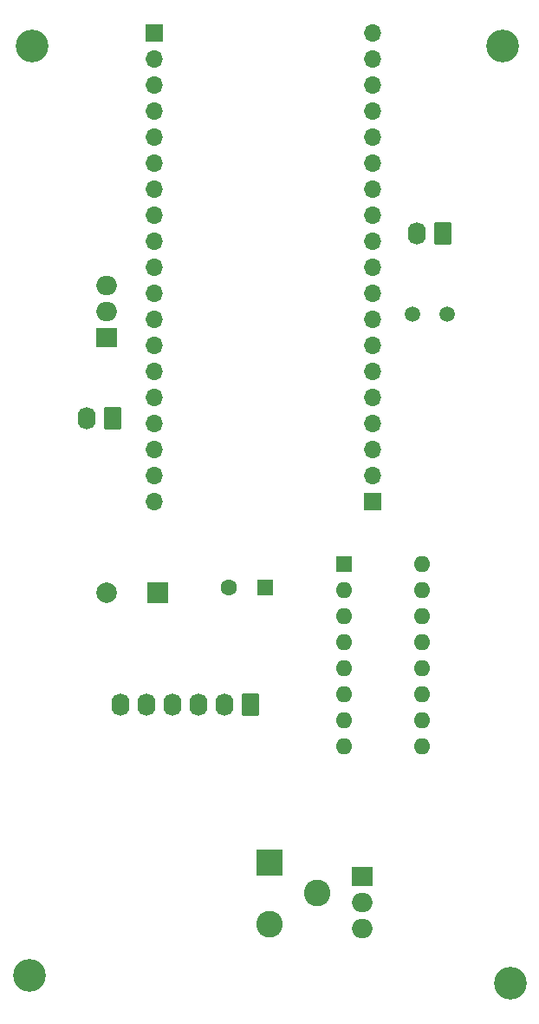
<source format=gbs>
G04 #@! TF.GenerationSoftware,KiCad,Pcbnew,(6.0.10-0)*
G04 #@! TF.CreationDate,2023-04-16T19:02:18-05:00*
G04 #@! TF.ProjectId,v2.0,76322e30-2e6b-4696-9361-645f70636258,v2.0*
G04 #@! TF.SameCoordinates,Original*
G04 #@! TF.FileFunction,Soldermask,Bot*
G04 #@! TF.FilePolarity,Negative*
%FSLAX46Y46*%
G04 Gerber Fmt 4.6, Leading zero omitted, Abs format (unit mm)*
G04 Created by KiCad (PCBNEW (6.0.10-0)) date 2023-04-16 19:02:18*
%MOMM*%
%LPD*%
G01*
G04 APERTURE LIST*
G04 Aperture macros list*
%AMRoundRect*
0 Rectangle with rounded corners*
0 $1 Rounding radius*
0 $2 $3 $4 $5 $6 $7 $8 $9 X,Y pos of 4 corners*
0 Add a 4 corners polygon primitive as box body*
4,1,4,$2,$3,$4,$5,$6,$7,$8,$9,$2,$3,0*
0 Add four circle primitives for the rounded corners*
1,1,$1+$1,$2,$3*
1,1,$1+$1,$4,$5*
1,1,$1+$1,$6,$7*
1,1,$1+$1,$8,$9*
0 Add four rect primitives between the rounded corners*
20,1,$1+$1,$2,$3,$4,$5,0*
20,1,$1+$1,$4,$5,$6,$7,0*
20,1,$1+$1,$6,$7,$8,$9,0*
20,1,$1+$1,$8,$9,$2,$3,0*%
G04 Aperture macros list end*
%ADD10RoundRect,0.250000X0.620000X0.845000X-0.620000X0.845000X-0.620000X-0.845000X0.620000X-0.845000X0*%
%ADD11O,1.740000X2.190000*%
%ADD12R,2.000000X2.000000*%
%ADD13C,2.000000*%
%ADD14R,1.600000X1.600000*%
%ADD15C,1.600000*%
%ADD16O,1.600000X1.600000*%
%ADD17C,3.200000*%
%ADD18R,1.700000X1.700000*%
%ADD19O,1.700000X1.700000*%
%ADD20R,2.000000X1.905000*%
%ADD21O,2.000000X1.905000*%
%ADD22C,1.500000*%
%ADD23R,2.600000X2.600000*%
%ADD24C,2.600000*%
G04 APERTURE END LIST*
D10*
X213360000Y-101072000D03*
D11*
X210820000Y-101072000D03*
X208280000Y-101072000D03*
X205740000Y-101072000D03*
X203200000Y-101072000D03*
X200660000Y-101072000D03*
D12*
X204342248Y-90170000D03*
D13*
X199342248Y-90170000D03*
D14*
X214808134Y-89662000D03*
D15*
X211308134Y-89662000D03*
D14*
X222504000Y-87376000D03*
D16*
X222504000Y-89916000D03*
X222504000Y-92456000D03*
X222504000Y-94996000D03*
X222504000Y-97536000D03*
X222504000Y-100076000D03*
X222504000Y-102616000D03*
X222504000Y-105156000D03*
X230124000Y-105156000D03*
X230124000Y-102616000D03*
X230124000Y-100076000D03*
X230124000Y-97536000D03*
X230124000Y-94996000D03*
X230124000Y-92456000D03*
X230124000Y-89916000D03*
X230124000Y-87376000D03*
D17*
X237998000Y-36830000D03*
D18*
X203962000Y-35560000D03*
D19*
X203962000Y-38100000D03*
X203962000Y-40640000D03*
X203962000Y-43180000D03*
X203962000Y-45720000D03*
X203962000Y-48260000D03*
X203962000Y-50800000D03*
X203962000Y-53340000D03*
X203962000Y-55880000D03*
X203962000Y-58420000D03*
X203962000Y-60960000D03*
X203962000Y-63500000D03*
X203962000Y-66040000D03*
X203962000Y-68580000D03*
X203962000Y-71120000D03*
X203962000Y-73660000D03*
X203962000Y-76200000D03*
X203962000Y-78740000D03*
X203962000Y-81280000D03*
D10*
X232156000Y-55098000D03*
D11*
X229616000Y-55098000D03*
D20*
X199319000Y-65278000D03*
D21*
X199319000Y-62738000D03*
X199319000Y-60198000D03*
D19*
X225298000Y-35560000D03*
X225298000Y-38100000D03*
X225298000Y-40640000D03*
X225298000Y-43180000D03*
X225298000Y-45720000D03*
X225298000Y-48260000D03*
X225298000Y-50800000D03*
X225298000Y-53340000D03*
X225298000Y-55880000D03*
X225298000Y-58420000D03*
X225298000Y-60960000D03*
X225298000Y-63500000D03*
X225298000Y-66040000D03*
X225298000Y-68580000D03*
X225298000Y-71120000D03*
X225298000Y-73660000D03*
X225298000Y-76200000D03*
X225298000Y-78740000D03*
D18*
X225298000Y-81280000D03*
D22*
X232586000Y-62992000D03*
X229186000Y-62992000D03*
D21*
X224282000Y-122936000D03*
X224282000Y-120396000D03*
D20*
X224282000Y-117856000D03*
D17*
X238760000Y-128270000D03*
X191770000Y-127508000D03*
D10*
X199898000Y-73132000D03*
D11*
X197358000Y-73132000D03*
D17*
X192024000Y-36830000D03*
D23*
X215221000Y-116482000D03*
D24*
X215221000Y-122482000D03*
X219921000Y-119482000D03*
M02*

</source>
